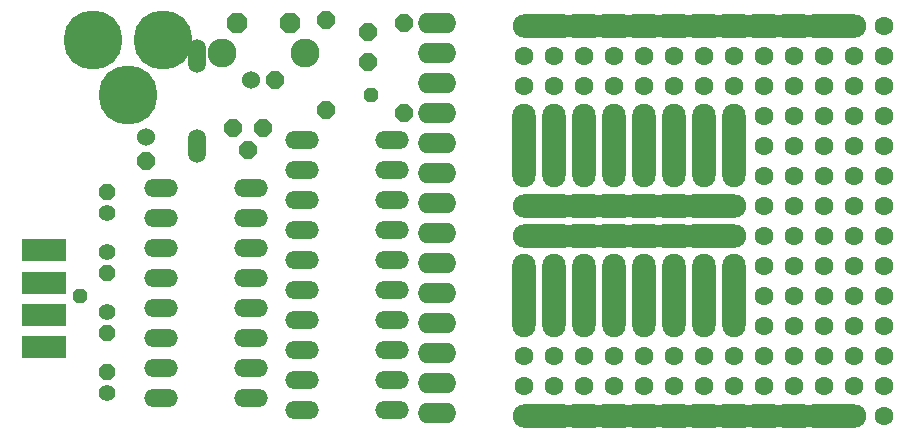
<source format=gbs>
G75*
G70*
%OFA0B0*%
%FSLAX24Y24*%
%IPPOS*%
%LPD*%
%AMOC8*
5,1,8,0,0,1.08239X$1,22.5*
%
%ADD10O,0.1120X0.0600*%
%ADD11OC8,0.0560*%
%ADD12C,0.0560*%
%ADD13OC8,0.0600*%
%ADD14O,0.1480X0.0780*%
%ADD15OC8,0.0680*%
%ADD16C,0.0965*%
%ADD17R,0.1458X0.0749*%
%ADD18O,0.1280X0.0680*%
%ADD19O,0.0780X0.1480*%
%ADD20C,0.0630*%
%ADD21C,0.0600*%
%ADD22O,0.0600X0.1120*%
%ADD23C,0.1970*%
%ADD24OC8,0.0480*%
D10*
X017188Y012105D03*
X017188Y011105D03*
X017188Y010105D03*
X017188Y009105D03*
X017188Y008105D03*
X017188Y007105D03*
X017188Y006105D03*
X017188Y005105D03*
X017188Y004105D03*
X017188Y003105D03*
X014188Y003105D03*
X014188Y004105D03*
X014188Y005105D03*
X014188Y006105D03*
X014188Y007105D03*
X014188Y008105D03*
X012488Y008505D03*
X012488Y007505D03*
X012488Y006505D03*
X012488Y005505D03*
X012488Y004505D03*
X012488Y003505D03*
X009488Y003505D03*
X009488Y004505D03*
X009488Y005505D03*
X009488Y006505D03*
X009488Y007505D03*
X009488Y008505D03*
X009488Y009505D03*
X009488Y010505D03*
X012488Y010505D03*
X012488Y009505D03*
X014188Y009105D03*
X014188Y010105D03*
X014188Y011105D03*
X014188Y012105D03*
D11*
X007688Y010355D03*
X007688Y007655D03*
X007688Y005655D03*
X007688Y004355D03*
D12*
X007688Y003655D03*
X007688Y006355D03*
X007688Y008355D03*
X007688Y009655D03*
D13*
X008988Y011405D03*
X011888Y012505D03*
X012888Y012505D03*
X012388Y011755D03*
X014988Y013105D03*
X013288Y014105D03*
X016388Y014705D03*
X016388Y015705D03*
X017588Y016005D03*
X014988Y016105D03*
X017588Y013005D03*
D14*
X021938Y015905D03*
X022588Y015905D03*
X023588Y015905D03*
X024588Y015905D03*
X025588Y015905D03*
X026588Y015905D03*
X027588Y015905D03*
X028588Y015905D03*
X029588Y015905D03*
X030588Y015905D03*
X031588Y015905D03*
X032238Y015905D03*
X028238Y009905D03*
X027588Y009905D03*
X026588Y009905D03*
X025588Y009905D03*
X024588Y009905D03*
X023588Y009905D03*
X022588Y009905D03*
X021938Y009905D03*
X021938Y008905D03*
X022588Y008905D03*
X023588Y008905D03*
X024588Y008905D03*
X025588Y008905D03*
X026588Y008905D03*
X027588Y008905D03*
X028238Y008905D03*
X028588Y002905D03*
X027588Y002905D03*
X026588Y002905D03*
X025588Y002905D03*
X024588Y002905D03*
X023588Y002905D03*
X022588Y002905D03*
X021938Y002905D03*
X029588Y002905D03*
X030588Y002905D03*
X031588Y002905D03*
X032238Y002905D03*
D15*
X013778Y015995D03*
X011998Y015995D03*
D16*
X011508Y015015D03*
X014268Y015015D03*
D17*
X005568Y008425D03*
X005568Y007345D03*
X005568Y006265D03*
X005568Y005185D03*
D18*
X018688Y005005D03*
X018688Y004005D03*
X018688Y003005D03*
X018688Y006005D03*
X018688Y007005D03*
X018688Y008005D03*
X018688Y009005D03*
X018688Y010005D03*
X018688Y011005D03*
X018688Y012005D03*
X018688Y013005D03*
X018688Y014005D03*
X018688Y015005D03*
X018688Y016005D03*
D19*
X021588Y012555D03*
X021588Y011905D03*
X021588Y011255D03*
X022588Y011255D03*
X022588Y011905D03*
X022588Y012555D03*
X023588Y012555D03*
X023588Y011905D03*
X023588Y011255D03*
X024588Y011255D03*
X025588Y011255D03*
X025588Y011905D03*
X024588Y011905D03*
X024588Y012555D03*
X025588Y012555D03*
X026588Y012555D03*
X026588Y011905D03*
X026588Y011255D03*
X027588Y011255D03*
X027588Y011905D03*
X027588Y012555D03*
X028588Y012555D03*
X028588Y011905D03*
X028588Y011255D03*
X028588Y007555D03*
X027588Y007555D03*
X026588Y007555D03*
X025588Y007555D03*
X024588Y007555D03*
X023588Y007555D03*
X022588Y007555D03*
X021588Y007555D03*
X021588Y006905D03*
X021588Y006255D03*
X022588Y006255D03*
X022588Y006905D03*
X023588Y006905D03*
X023588Y006255D03*
X024588Y006255D03*
X025588Y006255D03*
X025588Y006905D03*
X024588Y006905D03*
X026588Y006905D03*
X026588Y006255D03*
X027588Y006255D03*
X027588Y006905D03*
X028588Y006905D03*
X028588Y006255D03*
D20*
X029588Y005905D03*
X030588Y005905D03*
X031588Y005905D03*
X032588Y005905D03*
X033588Y005905D03*
X033588Y006905D03*
X032588Y006905D03*
X031588Y006905D03*
X030588Y006905D03*
X029588Y006905D03*
X029588Y007905D03*
X030588Y007905D03*
X031588Y007905D03*
X032588Y007905D03*
X033588Y007905D03*
X033588Y008905D03*
X032588Y008905D03*
X031588Y008905D03*
X030588Y008905D03*
X029588Y008905D03*
X029588Y009905D03*
X030588Y009905D03*
X031588Y009905D03*
X032588Y009905D03*
X033588Y009905D03*
X033588Y010905D03*
X032588Y010905D03*
X031588Y010905D03*
X030588Y010905D03*
X029588Y010905D03*
X029588Y011905D03*
X030588Y011905D03*
X031588Y011905D03*
X032588Y011905D03*
X033588Y011905D03*
X033588Y012905D03*
X032588Y012905D03*
X031588Y012905D03*
X030588Y012905D03*
X029588Y012905D03*
X029588Y013905D03*
X030588Y013905D03*
X031588Y013905D03*
X032588Y013905D03*
X033588Y013905D03*
X033588Y014905D03*
X032588Y014905D03*
X031588Y014905D03*
X030588Y014905D03*
X029588Y014905D03*
X028588Y014905D03*
X027588Y014905D03*
X026588Y014905D03*
X025588Y014905D03*
X024588Y014905D03*
X023588Y014905D03*
X022588Y014905D03*
X021588Y014905D03*
X021588Y013905D03*
X022588Y013905D03*
X023588Y013905D03*
X024588Y013905D03*
X025588Y013905D03*
X026588Y013905D03*
X027588Y013905D03*
X028588Y013905D03*
X033588Y015905D03*
X033588Y004905D03*
X032588Y004905D03*
X031588Y004905D03*
X030588Y004905D03*
X029588Y004905D03*
X028588Y004905D03*
X027588Y004905D03*
X026588Y004905D03*
X025588Y004905D03*
X024588Y004905D03*
X023588Y004905D03*
X022588Y004905D03*
X021588Y004905D03*
X021588Y003905D03*
X022588Y003905D03*
X023588Y003905D03*
X024588Y003905D03*
X025588Y003905D03*
X026588Y003905D03*
X027588Y003905D03*
X028588Y003905D03*
X029588Y003905D03*
X030588Y003905D03*
X031588Y003905D03*
X032588Y003905D03*
X033588Y003905D03*
X033588Y002905D03*
D21*
X012488Y014105D03*
X008988Y012205D03*
D22*
X010688Y011905D03*
X010688Y014905D03*
D23*
X009546Y015444D03*
X007223Y015444D03*
X008365Y013594D03*
D24*
X016488Y013605D03*
X006788Y006905D03*
M02*

</source>
